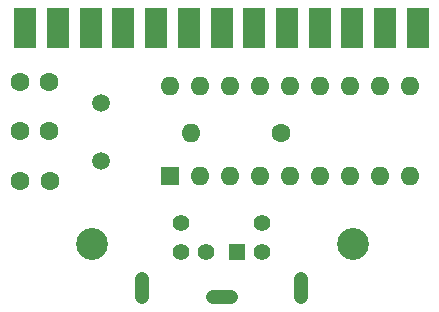
<source format=gbr>
%TF.GenerationSoftware,KiCad,Pcbnew,8.0.7*%
%TF.CreationDate,2025-01-12T22:52:32-06:00*%
%TF.ProjectId,Parallel-to-PS2-Keyboard-Adapter,50617261-6c6c-4656-9c2d-746f2d505332,v1.0*%
%TF.SameCoordinates,Original*%
%TF.FileFunction,Soldermask,Top*%
%TF.FilePolarity,Negative*%
%FSLAX46Y46*%
G04 Gerber Fmt 4.6, Leading zero omitted, Abs format (unit mm)*
G04 Created by KiCad (PCBNEW 8.0.7) date 2025-01-12 22:52:32*
%MOMM*%
%LPD*%
G01*
G04 APERTURE LIST*
%ADD10C,1.600000*%
%ADD11O,1.600000X1.600000*%
%ADD12C,2.700000*%
%ADD13R,1.846667X3.480000*%
%ADD14R,1.600000X1.600000*%
%ADD15C,1.500000*%
%ADD16R,1.408000X1.408000*%
%ADD17C,1.408000*%
%ADD18O,2.730000X1.230000*%
%ADD19O,1.230000X2.730000*%
G04 APERTURE END LIST*
D10*
%TO.C,C3*%
X146050000Y-104394000D03*
X143550000Y-104394000D03*
%TD*%
%TO.C,R1*%
X165608000Y-100310000D03*
D11*
X157988000Y-100310000D03*
%TD*%
D10*
%TO.C,C1*%
X143530000Y-96012000D03*
X146030000Y-96012000D03*
%TD*%
D12*
%TO.C,H2*%
X171704000Y-109728000D03*
%TD*%
%TO.C,H1*%
X149606000Y-109728000D03*
%TD*%
D13*
%TO.C,J3*%
X177220000Y-91440000D03*
X174450000Y-91440000D03*
X171680000Y-91440000D03*
X168910000Y-91440000D03*
X166140000Y-91440000D03*
X163370000Y-91440000D03*
X160600000Y-91440000D03*
X157830000Y-91440000D03*
X155060000Y-91440000D03*
X152290000Y-91440000D03*
X149520000Y-91440000D03*
X146750000Y-91440000D03*
X143980000Y-91440000D03*
%TD*%
D14*
%TO.C,U1*%
X156210000Y-104013000D03*
D11*
X158750000Y-104013000D03*
X161290000Y-104013000D03*
X163830000Y-104013000D03*
X166370000Y-104013000D03*
X168910000Y-104013000D03*
X171450000Y-104013000D03*
X173990000Y-104013000D03*
X176530000Y-104013000D03*
X176530000Y-96393000D03*
X173990000Y-96393000D03*
X171450000Y-96393000D03*
X168910000Y-96393000D03*
X166370000Y-96393000D03*
X163830000Y-96393000D03*
X161290000Y-96393000D03*
X158750000Y-96393000D03*
X156210000Y-96393000D03*
%TD*%
D15*
%TO.C,Y1*%
X150368000Y-97790000D03*
X150368000Y-102670000D03*
%TD*%
D16*
%TO.C,J1*%
X161900000Y-110450000D03*
D17*
X159300000Y-110450000D03*
X164000000Y-110450000D03*
X157200000Y-110450000D03*
X164000000Y-107950000D03*
X157200000Y-107950000D03*
D18*
X160600000Y-114250000D03*
D19*
X153850000Y-113450000D03*
X167350000Y-113450000D03*
%TD*%
D10*
%TO.C,C2*%
X143530000Y-100203000D03*
X146030000Y-100203000D03*
%TD*%
M02*

</source>
